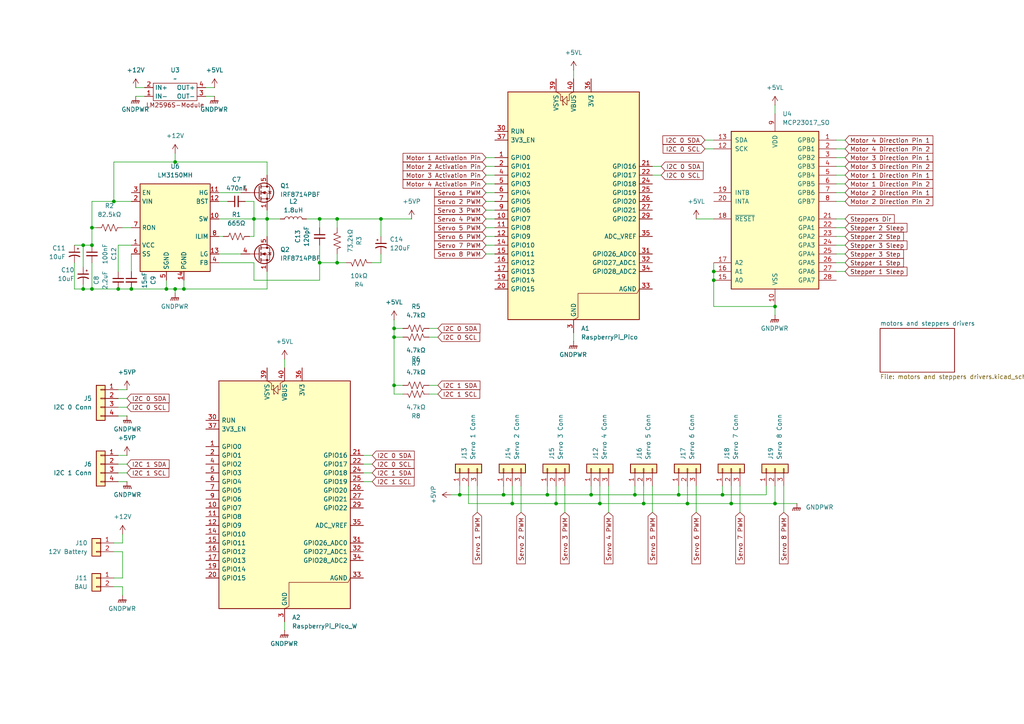
<source format=kicad_sch>
(kicad_sch (version 20250114) (generator "eeschema") (generator_version "9.0")
  (paper "A4")
  (lib_symbols
    (symbol "Connector_Generic:Conn_01x02" (pin_names (offset 1.016) (hide yes))
      (property "Reference" "J" (at 0 2.54 0))
      (property "Value" "Conn_01x02" (at 0 -5.08 0))
      (symbol "Conn_01x02_1_1"
        (pin passive line (at -5.08 0 0) (length 3.81) (name "Pin_1") (number "1"))
        (pin passive line (at -5.08 -2.54 0) (length 3.81) (name "Pin_2") (number "2"))
      )
    )
    (symbol "Connector_Generic:Conn_01x03" (pin_names (offset 1.016) (hide yes))
      (property "Reference" "J" (at 0 5.08 0))
      (property "Value" "Conn_01x03" (at 0 -5.08 0))
      (symbol "Conn_01x03_1_1"
        (pin passive line (at -5.08 2.54 0) (length 3.81) (name "Pin_1") (number "1"))
        (pin passive line (at -5.08 0 0) (length 3.81) (name "Pin_2") (number "2"))
        (pin passive line (at -5.08 -2.54 0) (length 3.81) (name "Pin_3") (number "3"))
      )
    )
    (symbol "Connector_Generic:Conn_01x04" (pin_names (offset 1.016) (hide yes))
      (property "Reference" "J" (at 0 5.08 0))
      (property "Value" "Conn_01x04" (at 0 -7.62 0))
      (symbol "Conn_01x04_1_1"
        (pin passive line (at -5.08 2.54 0) (length 3.81) (name "Pin_1") (number "1"))
        (pin passive line (at -5.08 0 0) (length 3.81) (name "Pin_2") (number "2"))
        (pin passive line (at -5.08 -2.54 0) (length 3.81) (name "Pin_3") (number "3"))
        (pin passive line (at -5.08 -5.08 0) (length 3.81) (name "Pin_4") (number "4"))
      )
    )
    (symbol "Device:C_Polarized_Small_US" (pin_numbers (hide yes)) (pin_names (offset 0.254) (hide yes))
      (property "Reference" "C" (at 0.254 1.778 0))
      (property "Value" "C_Polarized_Small_US" (at 0.254 -2.032 0))
      (symbol "C_Polarized_Small_US_1_1"
        (pin passive line (at 0 2.54 270) (length 2.032) (name "~") (number "1"))
        (pin passive line (at 0 -2.54 90) (length 2.032) (name "~") (number "2"))
      )
    )
    (symbol "Device:C_Small" (pin_numbers (hide yes)) (pin_names (offset 0.254) (hide yes))
      (property "Reference" "C" (at 0.254 1.778 0))
      (property "Value" "C_Small" (at 0.254 -2.032 0))
      (symbol "C_Small_1_1"
        (pin passive line (at 0 2.54 270) (length 2.032) (name "~") (number "1"))
        (pin passive line (at 0 -2.54 90) (length 2.032) (name "~") (number "2"))
      )
    )
    (symbol "Device:L" (pin_numbers (hide yes)) (pin_names (offset 1.016) (hide yes))
      (property "Reference" "L" (at -1.27 0 90))
      (property "Value" "L" (at 1.905 0 90))
      (symbol "L_1_1"
        (pin passive line (at 0 3.81 270) (length 1.27) (name "1") (number "1"))
        (pin passive line (at 0 -3.81 90) (length 1.27) (name "2") (number "2"))
      )
    )
    (symbol "Device:R_US" (pin_numbers (hide yes)) (pin_names (offset 0))
      (property "Reference" "R" (at 2.54 0 90))
      (property "Value" "R_US" (at -2.54 0 90))
      (symbol "R_US_1_1"
        (pin passive line (at 0 3.81 270) (length 1.27) (name "~") (number "1"))
        (pin passive line (at 0 -3.81 90) (length 1.27) (name "~") (number "2"))
      )
    )
    (symbol "Interface_Expansion:MCP23017_SO" (pin_names (offset 1.016))
      (property "Reference" "U" (at -11.43 24.13 0))
      (property "Value" "MCP23017_SO" (at 0 0 0))
      (symbol "MCP23017_SO_1_1"
        (pin bidirectional line (at -17.78 20.32 0) (length 5.08) (name "SDA") (number "13"))
        (pin input line (at -17.78 17.78 0) (length 5.08) (name "SCK") (number "12"))
        (pin tri_state line (at -17.78 5.08 0) (length 5.08) (name "INTB") (number "19"))
        (pin tri_state line (at -17.78 2.54 0) (length 5.08) (name "INTA") (number "20"))
        (pin input line (at -17.78 -2.54 0) (length 5.08) (name "~{RESET}") (number "18"))
        (pin input line (at -17.78 -15.24 0) (length 5.08) (name "A2") (number "17"))
        (pin input line (at -17.78 -17.78 0) (length 5.08) (name "A1") (number "16"))
        (pin input line (at -17.78 -20.32 0) (length 5.08) (name "A0") (number "15"))
        (pin no_connect line (at -12.7 15.24 0) (length 5.08) (hide yes) (name "NC") (number "11"))
        (pin no_connect line (at -12.7 12.7 0) (length 5.08) (hide yes) (name "NC") (number "14"))
        (pin power_in line (at 0 27.94 270) (length 5.08) (name "VDD") (number "9"))
        (pin power_in line (at 0 -27.94 90) (length 5.08) (name "VSS") (number "10"))
        (pin bidirectional line (at 17.78 20.32 180) (length 5.08) (name "GPB0") (number "1"))
        (pin bidirectional line (at 17.78 17.78 180) (length 5.08) (name "GPB1") (number "2"))
        (pin bidirectional line (at 17.78 15.24 180) (length 5.08) (name "GPB2") (number "3"))
        (pin bidirectional line (at 17.78 12.7 180) (length 5.08) (name "GPB3") (number "4"))
        (pin bidirectional line (at 17.78 10.16 180) (length 5.08) (name "GPB4") (number "5"))
        (pin bidirectional line (at 17.78 7.62 180) (length 5.08) (name "GPB5") (number "6"))
        (pin bidirectional line (at 17.78 5.08 180) (length 5.08) (name "GPB6") (number "7"))
        (pin output line (at 17.78 2.54 180) (length 5.08) (name "GPB7") (number "8"))
        (pin bidirectional line (at 17.78 -2.54 180) (length 5.08) (name "GPA0") (number "21"))
        (pin bidirectional line (at 17.78 -5.08 180) (length 5.08) (name "GPA1") (number "22"))
        (pin bidirectional line (at 17.78 -7.62 180) (length 5.08) (name "GPA2") (number "23"))
        (pin bidirectional line (at 17.78 -10.16 180) (length 5.08) (name "GPA3") (number "24"))
        (pin bidirectional line (at 17.78 -12.7 180) (length 5.08) (name "GPA4") (number "25"))
        (pin bidirectional line (at 17.78 -15.24 180) (length 5.08) (name "GPA5") (number "26"))
        (pin bidirectional line (at 17.78 -17.78 180) (length 5.08) (name "GPA6") (number "27"))
        (pin output line (at 17.78 -20.32 180) (length 5.08) (name "GPA7") (number "28"))
      )
    )
    (symbol "LM2596S-Module:LM2596S-Module"
      (property "Reference" "U" (at 0 3.556 0))
      (symbol "LM2596S-Module_1_1"
        (text "LM2596S-Module" (at 0 -3.81 0) (effects (font (size 1.27 1.27))))
        (pin input line (at -8.89 1.27 0) (length 2.54) (name "IN+") (number "2"))
        (pin input line (at -8.89 -1.27 0) (length 2.54) (name "IN-") (number "1"))
        (pin input line (at 8.89 1.27 180) (length 2.54) (name "OUT+") (number "4"))
        (pin input line (at 8.89 -1.27 180) (length 2.54) (name "OUT-") (number "3"))
      )
    )
    (symbol "MCU_Module:RaspberryPi_Pico" (pin_names (offset 0.762))
      (property "Reference" "A" (at -19.05 35.56 0))
      (property "Value" "RaspberryPi_Pico" (at 7.62 35.56 0))
      (symbol "RaspberryPi_Pico_1_1"
        (pin passive line (at -22.86 22.86 0) (length 3.81) (name "RUN") (number "30"))
        (pin passive line (at -22.86 20.32 0) (length 3.81) (name "3V3_EN") (number "37"))
        (pin bidirectional line (at -22.86 15.24 0) (length 3.81) (name "GPIO0") (number "1"))
        (pin bidirectional line (at -22.86 12.7 0) (length 3.81) (name "GPIO1") (number "2"))
        (pin bidirectional line (at -22.86 10.16 0) (length 3.81) (name "GPIO2") (number "4"))
        (pin bidirectional line (at -22.86 7.62 0) (length 3.81) (name "GPIO3") (number "5"))
        (pin bidirectional line (at -22.86 5.08 0) (length 3.81) (name "GPIO4") (number "6"))
        (pin bidirectional line (at -22.86 2.54 0) (length 3.81) (name "GPIO5") (number "7"))
        (pin bidirectional line (at -22.86 0 0) (length 3.81) (name "GPIO6") (number "9"))
        (pin bidirectional line (at -22.86 -2.54 0) (length 3.81) (name "GPIO7") (number "10"))
        (pin bidirectional line (at -22.86 -5.08 0) (length 3.81) (name "GPIO8") (number "11"))
        (pin bidirectional line (at -22.86 -7.62 0) (length 3.81) (name "GPIO9") (number "12"))
        (pin bidirectional line (at -22.86 -10.16 0) (length 3.81) (name "GPIO10") (number "14"))
        (pin bidirectional line (at -22.86 -12.7 0) (length 3.81) (name "GPIO11") (number "15"))
        (pin bidirectional line (at -22.86 -15.24 0) (length 3.81) (name "GPIO12") (number "16"))
        (pin bidirectional line (at -22.86 -17.78 0) (length 3.81) (name "GPIO13") (number "17"))
        (pin bidirectional line (at -22.86 -20.32 0) (length 3.81) (name "GPIO14") (number "19"))
        (pin bidirectional line (at -22.86 -22.86 0) (length 3.81) (name "GPIO15") (number "20"))
        (pin power_in line (at -5.08 38.1 270) (length 3.81) (name "VSYS") (number "39"))
        (pin power_out line (at 0 38.1 270) (length 3.81) (name "VBUS") (number "40"))
        (pin passive line (at 0 -35.56 90) (length 3.81) (hide yes) (name "GND") (number "13"))
        (pin passive line (at 0 -35.56 90) (length 3.81) (hide yes) (name "GND") (number "18"))
        (pin passive line (at 0 -35.56 90) (length 3.81) (hide yes) (name "GND") (number "23"))
        (pin passive line (at 0 -35.56 90) (length 3.81) (hide yes) (name "GND") (number "28"))
        (pin power_out line (at 0 -35.56 90) (length 3.81) (name "GND") (number "3"))
        (pin passive line (at 0 -35.56 90) (length 3.81) (hide yes) (name "GND") (number "38"))
        (pin passive line (at 0 -35.56 90) (length 3.81) (hide yes) (name "GND") (number "8"))
        (pin power_out line (at 5.08 38.1 270) (length 3.81) (name "3V3") (number "36"))
        (pin bidirectional line (at 22.86 12.7 180) (length 3.81) (name "GPIO16") (number "21"))
        (pin bidirectional line (at 22.86 10.16 180) (length 3.81) (name "GPIO17") (number "22"))
        (pin bidirectional line (at 22.86 7.62 180) (length 3.81) (name "GPIO18") (number "24"))
        (pin bidirectional line (at 22.86 5.08 180) (length 3.81) (name "GPIO19") (number "25"))
        (pin bidirectional line (at 22.86 2.54 180) (length 3.81) (name "GPIO20") (number "26"))
        (pin bidirectional line (at 22.86 0 180) (length 3.81) (name "GPIO21") (number "27"))
        (pin bidirectional line (at 22.86 -2.54 180) (length 3.81) (name "GPIO22") (number "29"))
        (pin power_in line (at 22.86 -7.62 180) (length 3.81) (name "ADC_VREF") (number "35"))
        (pin bidirectional line (at 22.86 -12.7 180) (length 3.81) (name "GPIO26_ADC0") (number "31"))
        (pin bidirectional line (at 22.86 -15.24 180) (length 3.81) (name "GPIO27_ADC1") (number "32"))
        (pin bidirectional line (at 22.86 -17.78 180) (length 3.81) (name "GPIO28_ADC2") (number "34"))
        (pin power_out line (at 22.86 -22.86 180) (length 3.81) (name "AGND") (number "33"))
      )
    )
    (symbol "MCU_Module:RaspberryPi_Pico_W" (pin_names (offset 0.762))
      (property "Reference" "A" (at -19.05 35.56 0))
      (property "Value" "RaspberryPi_Pico_W" (at 7.62 35.56 0))
      (symbol "RaspberryPi_Pico_W_1_1"
        (pin passive line (at -22.86 22.86 0) (length 3.81) (name "RUN") (number "30"))
        (pin passive line (at -22.86 20.32 0) (length 3.81) (name "3V3_EN") (number "37"))
        (pin bidirectional line (at -22.86 15.24 0) (length 3.81) (name "GPIO0") (number "1"))
        (pin bidirectional line (at -22.86 12.7 0) (length 3.81) (name "GPIO1") (number "2"))
        (pin bidirectional line (at -22.86 10.16 0) (length 3.81) (name "GPIO2") (number "4"))
        (pin bidirectional line (at -22.86 7.62 0) (length 3.81) (name "GPIO3") (number "5"))
        (pin bidirectional line (at -22.86 5.08 0) (length 3.81) (name "GPIO4") (number "6"))
        (pin bidirectional line (at -22.86 2.54 0) (length 3.81) (name "GPIO5") (number "7"))
        (pin bidirectional line (at -22.86 0 0) (length 3.81) (name "GPIO6") (number "9"))
        (pin bidirectional line (at -22.86 -2.54 0) (length 3.81) (name "GPIO7") (number "10"))
        (pin bidirectional line (at -22.86 -5.08 0) (length 3.81) (name "GPIO8") (number "11"))
        (pin bidirectional line (at -22.86 -7.62 0) (length 3.81) (name "GPIO9") (number "12"))
        (pin bidirectional line (at -22.86 -10.16 0) (length 3.81) (name "GPIO10") (number "14"))
        (pin bidirectional line (at -22.86 -12.7 0) (length 3.81) (name "GPIO11") (number "15"))
        (pin bidirectional line (at -22.86 -15.24 0) (length 3.81) (name "GPIO12") (number "16"))
        (pin bidirectional line (at -22.86 -17.78 0) (length 3.81) (name "GPIO13") (number "17"))
        (pin bidirectional line (at -22.86 -20.32 0) (length 3.81) (name "GPIO14") (number "19"))
        (pin bidirectional line (at -22.86 -22.86 0) (length 3.81) (name "GPIO15") (number "20"))
        (pin power_in line (at -5.08 38.1 270) (length 3.81) (name "VSYS") (number "39"))
        (pin power_out line (at 0 38.1 270) (length 3.81) (name "VBUS") (number "40"))
        (pin passive line (at 0 -35.56 90) (length 3.81) (hide yes) (name "GND") (number "13"))
        (pin passive line (at 0 -35.56 90) (length 3.81) (hide yes) (name "GND") (number "18"))
        (pin passive line (at 0 -35.56 90) (length 3.81) (hide yes) (name "GND") (number "23"))
        (pin passive line (at 0 -35.56 90) (length 3.81) (hide yes) (name "GND") (number "28"))
        (pin power_out line (at 0 -35.56 90) (length 3.81) (name "GND") (number "3"))
        (pin passive line (at 0 -35.56 90) (length 3.81) (hide yes) (name "GND") (number "38"))
        (pin passive line (at 0 -35.56 90) (length 3.81) (hide yes) (name "GND") (number "8"))
        (pin power_out line (at 5.08 38.1 270) (length 3.81) (name "3V3") (number "36"))
        (pin bidirectional line (at 22.86 12.7 180) (length 3.81) (name "GPIO16") (number "21"))
        (pin bidirectional line (at 22.86 10.16 180) (length 3.81) (name "GPIO17") (number "22"))
        (pin bidirectional line (at 22.86 7.62 180) (length 3.81) (name "GPIO18") (number "24"))
        (pin bidirectional line (at 22.86 5.08 180) (length 3.81) (name "GPIO19") (number "25"))
        (pin bidirectional line (at 22.86 2.54 180) (length 3.81) (name "GPIO20") (number "26"))
        (pin bidirectional line (at 22.86 0 180) (length 3.81) (name "GPIO21") (number "27"))
        (pin bidirectional line (at 22.86 -2.54 180) (length 3.81) (name "GPIO22") (number "29"))
        (pin power_in line (at 22.86 -7.62 180) (length 3.81) (name "ADC_VREF") (number "35"))
        (pin bidirectional line (at 22.86 -12.7 180) (length 3.81) (name "GPIO26_ADC0") (number "31"))
        (pin bidirectional line (at 22.86 -15.24 180) (length 3.81) (name "GPIO27_ADC1") (number "32"))
        (pin bidirectional line (at 22.86 -17.78 180) (length 3.81) (name "GPIO28_ADC2") (number "34"))
        (pin power_out line (at 22.86 -22.86 180) (length 3.81) (name "AGND") (number "33"))
      )
    )
    (symbol "Regulator_Switching:LM3150MH"
      (property "Reference" "U" (at -10.16 13.97 0))
      (property "Value" "LM3150MH" (at 2.54 13.97 0))
      (symbol "LM3150MH_1_1"
        (pin input line (at -12.7 10.16 0) (length 2.54) (name "EN") (number "3"))
        (pin power_in line (at -12.7 7.62 0) (length 2.54) (name "VIN") (number "2"))
        (pin input line (at -12.7 0 0) (length 2.54) (name "RON") (number "7"))
        (pin power_out line (at -12.7 -5.08 0) (length 2.54) (name "VCC") (number "1"))
        (pin passive line (at -12.7 -7.62 0) (length 2.54) (name "SS") (number "6"))
        (pin passive line (at -2.54 -15.24 90) (length 2.54) (hide yes) (name "SGND") (number "15"))
        (pin power_in line (at -2.54 -15.24 90) (length 2.54) (name "SGND") (number "5"))
        (pin passive line (at -2.54 -15.24 90) (length 2.54) (hide yes) (name "SGND") (number "9"))
        (pin power_in line (at 2.54 -15.24 90) (length 2.54) (name "PGND") (number "14"))
        (pin output line (at 12.7 10.16 180) (length 2.54) (name "HG") (number "11"))
        (pin passive line (at 12.7 7.62 180) (length 2.54) (name "BST") (number "12"))
        (pin output line (at 12.7 2.54 180) (length 2.54) (name "SW") (number "10"))
        (pin input line (at 12.7 -2.54 180) (length 2.54) (name "ILIM") (number "8"))
        (pin output line (at 12.7 -7.62 180) (length 2.54) (name "LG") (number "13"))
        (pin input line (at 12.7 -10.16 180) (length 2.54) (name "FB") (number "4"))
      )
    )
    (symbol "Transistor_FET:IRF8721PBF-1" (pin_names (hide yes))
      (property "Reference" "Q" (at 5.08 2.54 0))
      (property "Value" "IRF8721PBF-1" (at 5.08 0 0))
      (symbol "IRF8721PBF-1_1_1"
        (pin input line (at -5.08 0 0) (length 2.54) (name "G") (number "4"))
        (pin passive line (at 2.54 5.08 270) (length 2.54) (name "D") (number "5"))
        (pin passive line (at 2.54 5.08 270) (length 2.54) (hide yes) (name "D") (number "6"))
        (pin passive line (at 2.54 5.08 270) (length 2.54) (hide yes) (name "D") (number "7"))
        (pin passive line (at 2.54 5.08 270) (length 2.54) (hide yes) (name "D") (number "8"))
        (pin passive line (at 2.54 -5.08 90) (length 2.54) (name "S") (number "1"))
        (pin passive line (at 2.54 -5.08 90) (length 2.54) (hide yes) (name "S") (number "2"))
        (pin passive line (at 2.54 -5.08 90) (length 2.54) (hide yes) (name "S") (number "3"))
      )
    )
    (symbol "power:+12V" (power) (pin_numbers (hide yes)) (pin_names (offset 0) (hide yes))
      (property "Value" "+12V" (at 0 3.556 0))
      (symbol "+12V_1_1"
        (pin power_in line (at 0 0 90) (length 0) (name "~") (number "1"))
      )
    )
    (symbol "power:+5VL" (power) (pin_numbers (hide yes)) (pin_names (offset 0) (hide yes))
      (property "Value" "+5VL" (at 0 3.556 0))
      (symbol "+5VL_1_1"
        (pin power_in line (at 0 0 90) (length 0) (name "~") (number "1"))
      )
    )
    (symbol "power:+5VP" (power) (pin_numbers (hide yes)) (pin_names (offset 0) (hide yes))
      (property "Value" "+5VP" (at 0 3.556 0))
      (symbol "+5VP_1_1"
        (pin power_in line (at 0 0 90) (length 0) (name "~") (number "1"))
      )
    )
    (symbol "power:GNDPWR" (power) (pin_numbers (hide yes)) (pin_names (offset 0) (hide yes))
      (property "Value" "GNDPWR" (at 0 -3.302 0))
      (symbol "GNDPWR_1_1"
        (pin power_in line (at 0 0 270) (length 0) (name "~") (number "1"))
      )
    )
  )
  (junction (at 26.67 66.04))
  (junction (at 224.79 88.9))
  (junction (at 50.8 83.82))
  (junction (at 38.1 83.82))
  (junction (at 48.26 83.82))
  (junction (at 207.01 81.28))
  (junction (at 34.29 83.82))
  (junction (at 133.35 143.51))
  (junction (at 184.15 143.51))
  (junction (at 209.55 143.51))
  (junction (at 110.49 63.5))
  (junction (at 53.34 83.82))
  (junction (at 73.66 63.5))
  (junction (at 114.3 97.79))
  (junction (at 196.85 143.51))
  (junction (at 207.01 78.74))
  (junction (at 77.47 63.5))
  (junction (at 33.02 58.42))
  (junction (at 26.67 71.12))
  (junction (at 148.59 146.05))
  (junction (at 97.79 76.2))
  (junction (at 24.13 71.12))
  (junction (at 50.8 46.99))
  (junction (at 171.45 143.51))
  (junction (at 92.71 63.5))
  (junction (at 158.75 143.51))
  (junction (at 173.99 146.05))
  (junction (at 186.69 146.05))
  (junction (at 212.09 146.05))
  (junction (at 114.3 95.25))
  (junction (at 224.79 146.05))
  (junction (at 26.67 83.82))
  (junction (at 24.13 83.82))
  (junction (at 146.05 143.51))
  (junction (at 114.3 111.76))
  (junction (at 97.79 63.5))
  (junction (at 92.71 76.2))
  (junction (at 161.29 146.05))
  (junction (at 199.39 146.05))
  (wire (pts (xy 207.01 76.2) (xy 207.01 78.74)))
  (wire (pts (xy 148.59 146.05) (xy 161.29 146.05)))
  (wire (pts (xy 77.47 60.96) (xy 77.47 63.5)))
  (wire (pts (xy 204.47 40.64) (xy 207.01 40.64)))
  (wire (pts (xy 146.05 143.51) (xy 146.05 140.97)))
  (wire (pts (xy 140.97 73.66) (xy 143.51 73.66)))
  (wire (pts (xy 26.67 66.04) (xy 27.94 66.04)))
  (wire (pts (xy 196.85 143.51) (xy 196.85 140.97)))
  (wire (pts (xy 72.39 68.58) (xy 73.66 68.58)))
  (wire (pts (xy 127 95.25) (xy 124.46 95.25)))
  (wire (pts (xy 34.29 118.11) (xy 36.83 118.11)))
  (wire (pts (xy 245.11 43.18) (xy 242.57 43.18)))
  (wire (pts (xy 245.11 50.8) (xy 242.57 50.8)))
  (wire (pts (xy 34.29 115.57) (xy 36.83 115.57)))
  (wire (pts (xy 63.5 58.42) (xy 66.04 58.42)))
  (wire (pts (xy 209.55 143.51) (xy 209.55 140.97)))
  (wire (pts (xy 33.02 170.18) (xy 35.56 170.18)))
  (wire (pts (xy 24.13 82.55) (xy 24.13 83.82)))
  (wire (pts (xy 26.67 58.42) (xy 26.67 66.04)))
  (wire (pts (xy 148.59 146.05) (xy 148.59 140.97)))
  (wire (pts (xy 166.37 96.52) (xy 166.37 99.06)))
  (wire (pts (xy 35.56 154.94) (xy 35.56 157.48)))
  (wire (pts (xy 245.11 68.58) (xy 242.57 68.58)))
  (wire (pts (xy 140.97 48.26) (xy 143.51 48.26)))
  (wire (pts (xy 201.93 148.59) (xy 201.93 140.97)))
  (wire (pts (xy 245.11 66.04) (xy 242.57 66.04)))
  (wire (pts (xy 21.59 83.82) (xy 24.13 83.82)))
  (wire (pts (xy 186.69 146.05) (xy 199.39 146.05)))
  (wire (pts (xy 135.89 146.05) (xy 148.59 146.05)))
  (wire (pts (xy 140.97 58.42) (xy 143.51 58.42)))
  (wire (pts (xy 176.53 148.59) (xy 176.53 140.97)))
  (wire (pts (xy 158.75 143.51) (xy 171.45 143.51)))
  (wire (pts (xy 201.93 63.5) (xy 207.01 63.5)))
  (wire (pts (xy 186.69 146.05) (xy 186.69 140.97)))
  (wire (pts (xy 110.49 68.58) (xy 110.49 63.5)))
  (wire (pts (xy 33.02 157.48) (xy 35.56 157.48)))
  (wire (pts (xy 212.09 146.05) (xy 212.09 140.97)))
  (wire (pts (xy 110.49 76.2) (xy 107.95 76.2)))
  (wire (pts (xy 73.66 63.5) (xy 73.66 68.58)))
  (wire (pts (xy 77.47 63.5) (xy 81.28 63.5)))
  (wire (pts (xy 166.37 20.32) (xy 166.37 22.86)))
  (wire (pts (xy 24.13 71.12) (xy 26.67 71.12)))
  (wire (pts (xy 50.8 46.99) (xy 33.02 46.99)))
  (wire (pts (xy 38.1 83.82) (xy 48.26 83.82)))
  (wire (pts (xy 82.55 180.34) (xy 82.55 182.88)))
  (wire (pts (xy 88.9 63.5) (xy 92.71 63.5)))
  (wire (pts (xy 163.83 148.59) (xy 163.83 140.97)))
  (wire (pts (xy 24.13 77.47) (xy 24.13 71.12)))
  (wire (pts (xy 224.79 30.48) (xy 224.79 33.02)))
  (wire (pts (xy 73.66 63.5) (xy 77.47 63.5)))
  (wire (pts (xy 59.69 27.94) (xy 62.23 27.94)))
  (wire (pts (xy 77.47 63.5) (xy 77.47 68.58)))
  (wire (pts (xy 110.49 73.66) (xy 110.49 76.2)))
  (wire (pts (xy 73.66 76.2) (xy 63.5 76.2)))
  (wire (pts (xy 245.11 76.2) (xy 242.57 76.2)))
  (wire (pts (xy 138.43 148.59) (xy 138.43 140.97)))
  (wire (pts (xy 151.13 148.59) (xy 151.13 140.97)))
  (wire (pts (xy 35.56 160.02) (xy 35.56 167.64)))
  (wire (pts (xy 33.02 46.99) (xy 33.02 58.42)))
  (wire (pts (xy 77.47 83.82) (xy 53.34 83.82)))
  (wire (pts (xy 171.45 143.51) (xy 171.45 140.97)))
  (wire (pts (xy 97.79 76.2) (xy 100.33 76.2)))
  (wire (pts (xy 173.99 146.05) (xy 186.69 146.05)))
  (wire (pts (xy 222.25 143.51) (xy 222.25 140.97)))
  (wire (pts (xy 133.35 143.51) (xy 146.05 143.51)))
  (wire (pts (xy 114.3 92.71) (xy 114.3 95.25)))
  (wire (pts (xy 105.41 137.16) (xy 107.95 137.16)))
  (wire (pts (xy 38.1 73.66) (xy 38.1 78.74)))
  (wire (pts (xy 114.3 114.3) (xy 116.84 114.3)))
  (wire (pts (xy 77.47 78.74) (xy 77.47 83.82)))
  (wire (pts (xy 36.83 139.7) (xy 34.29 139.7)))
  (wire (pts (xy 77.47 50.8) (xy 77.47 46.99)))
  (wire (pts (xy 224.79 88.9) (xy 224.79 91.44)))
  (wire (pts (xy 184.15 143.51) (xy 184.15 140.97)))
  (wire (pts (xy 224.79 146.05) (xy 224.79 140.97)))
  (wire (pts (xy 26.67 66.04) (xy 26.67 71.12)))
  (wire (pts (xy 146.05 143.51) (xy 158.75 143.51)))
  (wire (pts (xy 82.55 104.14) (xy 82.55 106.68)))
  (wire (pts (xy 34.29 137.16) (xy 36.83 137.16)))
  (wire (pts (xy 199.39 146.05) (xy 199.39 140.97)))
  (wire (pts (xy 207.01 81.28) (xy 207.01 88.9)))
  (wire (pts (xy 92.71 63.5) (xy 92.71 66.04)))
  (wire (pts (xy 110.49 63.5) (xy 119.38 63.5)))
  (wire (pts (xy 33.02 58.42) (xy 38.1 58.42)))
  (wire (pts (xy 161.29 146.05) (xy 173.99 146.05)))
  (wire (pts (xy 77.47 46.99) (xy 50.8 46.99)))
  (wire (pts (xy 140.97 63.5) (xy 143.51 63.5)))
  (wire (pts (xy 140.97 50.8) (xy 143.51 50.8)))
  (wire (pts (xy 207.01 78.74) (xy 207.01 81.28)))
  (wire (pts (xy 135.89 146.05) (xy 135.89 140.97)))
  (wire (pts (xy 35.56 160.02) (xy 33.02 160.02)))
  (wire (pts (xy 173.99 146.05) (xy 173.99 140.97)))
  (wire (pts (xy 140.97 68.58) (xy 143.51 68.58)))
  (wire (pts (xy 107.95 132.08) (xy 105.41 132.08)))
  (wire (pts (xy 92.71 63.5) (xy 97.79 63.5)))
  (wire (pts (xy 133.35 143.51) (xy 133.35 140.97)))
  (wire (pts (xy 92.71 81.28) (xy 92.71 76.2)))
  (wire (pts (xy 73.66 76.2) (xy 73.66 81.28)))
  (wire (pts (xy 34.29 71.12) (xy 38.1 71.12)))
  (wire (pts (xy 199.39 146.05) (xy 212.09 146.05)))
  (wire (pts (xy 114.3 95.25) (xy 114.3 97.79)))
  (wire (pts (xy 114.3 97.79) (xy 114.3 111.76)))
  (wire (pts (xy 35.56 66.04) (xy 38.1 66.04)))
  (wire (pts (xy 227.33 148.59) (xy 227.33 140.97)))
  (wire (pts (xy 245.11 58.42) (xy 242.57 58.42)))
  (wire (pts (xy 26.67 83.82) (xy 34.29 83.82)))
  (wire (pts (xy 245.11 48.26) (xy 242.57 48.26)))
  (wire (pts (xy 92.71 76.2) (xy 97.79 76.2)))
  (wire (pts (xy 48.26 81.28) (xy 48.26 83.82)))
  (wire (pts (xy 36.83 113.03) (xy 34.29 113.03)))
  (wire (pts (xy 214.63 148.59) (xy 214.63 140.97)))
  (wire (pts (xy 50.8 83.82) (xy 53.34 83.82)))
  (wire (pts (xy 245.11 53.34) (xy 242.57 53.34)))
  (wire (pts (xy 184.15 143.51) (xy 196.85 143.51)))
  (wire (pts (xy 207.01 88.9) (xy 224.79 88.9)))
  (wire (pts (xy 196.85 143.51) (xy 209.55 143.51)))
  (wire (pts (xy 245.11 55.88) (xy 242.57 55.88)))
  (wire (pts (xy 35.56 167.64) (xy 33.02 167.64)))
  (wire (pts (xy 204.47 43.18) (xy 207.01 43.18)))
  (wire (pts (xy 107.95 134.62) (xy 105.41 134.62)))
  (wire (pts (xy 21.59 71.12) (xy 24.13 71.12)))
  (wire (pts (xy 34.29 78.74) (xy 34.29 71.12)))
  (wire (pts (xy 116.84 95.25) (xy 114.3 95.25)))
  (wire (pts (xy 130.81 143.51) (xy 133.35 143.51)))
  (wire (pts (xy 140.97 55.88) (xy 143.51 55.88)))
  (wire (pts (xy 36.83 132.08) (xy 34.29 132.08)))
  (wire (pts (xy 59.69 25.4) (xy 62.23 25.4)))
  (wire (pts (xy 114.3 97.79) (xy 116.84 97.79)))
  (wire (pts (xy 97.79 76.2) (xy 97.79 73.66)))
  (wire (pts (xy 92.71 71.12) (xy 92.71 76.2)))
  (wire (pts (xy 127 111.76) (xy 124.46 111.76)))
  (wire (pts (xy 245.11 71.12) (xy 242.57 71.12)))
  (wire (pts (xy 171.45 143.51) (xy 184.15 143.51)))
  (wire (pts (xy 189.23 48.26) (xy 191.77 48.26)))
  (wire (pts (xy 34.29 134.62) (xy 36.83 134.62)))
  (wire (pts (xy 209.55 143.51) (xy 222.25 143.51)))
  (wire (pts (xy 73.66 58.42) (xy 73.66 63.5)))
  (wire (pts (xy 245.11 73.66) (xy 242.57 73.66)))
  (wire (pts (xy 21.59 76.2) (xy 21.59 83.82)))
  (wire (pts (xy 189.23 50.8) (xy 191.77 50.8)))
  (wire (pts (xy 127 114.3) (xy 124.46 114.3)))
  (wire (pts (xy 158.75 143.51) (xy 158.75 140.97)))
  (wire (pts (xy 212.09 146.05) (xy 224.79 146.05)))
  (wire (pts (xy 140.97 53.34) (xy 143.51 53.34)))
  (wire (pts (xy 224.79 146.05) (xy 231.14 146.05)))
  (wire (pts (xy 24.13 83.82) (xy 26.67 83.82)))
  (wire (pts (xy 26.67 58.42) (xy 33.02 58.42)))
  (wire (pts (xy 39.37 27.94) (xy 41.91 27.94)))
  (wire (pts (xy 50.8 44.45) (xy 50.8 46.99)))
  (wire (pts (xy 140.97 45.72) (xy 143.51 45.72)))
  (wire (pts (xy 50.8 83.82) (xy 50.8 85.09)))
  (wire (pts (xy 140.97 71.12) (xy 143.51 71.12)))
  (wire (pts (xy 35.56 170.18) (xy 35.56 172.72)))
  (wire (pts (xy 63.5 63.5) (xy 73.66 63.5)))
  (wire (pts (xy 48.26 83.82) (xy 50.8 83.82)))
  (wire (pts (xy 36.83 120.65) (xy 34.29 120.65)))
  (wire (pts (xy 189.23 148.59) (xy 189.23 140.97)))
  (wire (pts (xy 245.11 40.64) (xy 242.57 40.64)))
  (wire (pts (xy 53.34 81.28) (xy 53.34 83.82)))
  (wire (pts (xy 71.12 58.42) (xy 73.66 58.42)))
  (wire (pts (xy 39.37 25.4) (xy 41.91 25.4)))
  (wire (pts (xy 140.97 60.96) (xy 143.51 60.96)))
  (wire (pts (xy 114.3 111.76) (xy 114.3 114.3)))
  (wire (pts (xy 73.66 81.28) (xy 92.71 81.28)))
  (wire (pts (xy 127 97.79) (xy 124.46 97.79)))
  (wire (pts (xy 63.5 68.58) (xy 64.77 68.58)))
  (wire (pts (xy 161.29 146.05) (xy 161.29 140.97)))
  (wire (pts (xy 34.29 83.82) (xy 38.1 83.82)))
  (wire (pts (xy 245.11 45.72) (xy 242.57 45.72)))
  (wire (pts (xy 97.79 66.04) (xy 97.79 63.5)))
  (wire (pts (xy 63.5 55.88) (xy 69.85 55.88)))
  (wire (pts (xy 245.11 78.74) (xy 242.57 78.74)))
  (wire (pts (xy 245.11 63.5) (xy 242.57 63.5)))
  (wire (pts (xy 26.67 76.2) (xy 26.67 83.82)))
  (wire (pts (xy 116.84 111.76) (xy 114.3 111.76)))
  (wire (pts (xy 63.5 73.66) (xy 69.85 73.66)))
  (wire (pts (xy 140.97 66.04) (xy 143.51 66.04)))
  (wire (pts (xy 105.41 139.7) (xy 107.95 139.7)))
  (wire (pts (xy 97.79 63.5) (xy 110.49 63.5)))
  (global_label "Motor 2 Direction Pin 2" (shape input) (at 245.11 58.42 0) (property "Intersheetrefs" "${INTERSHEET_REFS}" (effects (hide yes))))
  (global_label "Stepper 1 Step" (shape input) (at 245.11 76.2 0) (property "Intersheetrefs" "${INTERSHEET_REFS}" (effects (hide yes))))
  (global_label "Motor 4 Activation Pin" (shape input) (at 140.97 53.34 180) (property "Intersheetrefs" "${INTERSHEET_REFS}" (effects (hide yes))))
  (global_label "Motor 3 Activation Pin" (shape input) (at 140.97 50.8 180) (property "Intersheetrefs" "${INTERSHEET_REFS}" (effects (hide yes))))
  (global_label "I2C 0 SDA" (shape input) (at 204.47 40.64 180) (property "Intersheetrefs" "${INTERSHEET_REFS}" (effects (hide yes))))
  (global_label "Servo 2 PWM" (shape input) (at 151.13 148.59 270) (property "Intersheetrefs" "${INTERSHEET_REFS}" (effects (hide yes))))
  (global_label "Servo 7 PWM" (shape input) (at 140.97 71.12 180) (property "Intersheetrefs" "${INTERSHEET_REFS}" (effects (hide yes))))
  (global_label "I2C 1 SCL" (shape input) (at 36.83 137.16 0) (property "Intersheetrefs" "${INTERSHEET_REFS}" (effects (hide yes))))
  (global_label "Servo 6 PWM" (shape input) (at 140.97 68.58 180) (property "Intersheetrefs" "${INTERSHEET_REFS}" (effects (hide yes))))
  (global_label "I2C 0 SDA" (shape input) (at 127 95.25 0) (property "Intersheetrefs" "${INTERSHEET_REFS}" (effects (hide yes))))
  (global_label "I2C 1 SDA" (shape input) (at 127 111.76 0) (property "Intersheetrefs" "${INTERSHEET_REFS}" (effects (hide yes))))
  (global_label "Servo 3 PWM" (shape input) (at 163.83 148.59 270) (property "Intersheetrefs" "${INTERSHEET_REFS}" (effects (hide yes))))
  (global_label "I2C 0 SDA" (shape input) (at 107.95 132.08 0) (property "Intersheetrefs" "${INTERSHEET_REFS}" (effects (hide yes))))
  (global_label "Servo 5 PWM" (shape input) (at 189.23 148.59 270) (property "Intersheetrefs" "${INTERSHEET_REFS}" (effects (hide yes))))
  (global_label "Stepper 2 Sleep" (shape input) (at 245.11 66.04 0) (property "Intersheetrefs" "${INTERSHEET_REFS}" (effects (hide yes))))
  (global_label "Stepper 1 Sleep" (shape input) (at 245.11 78.74 0) (property "Intersheetrefs" "${INTERSHEET_REFS}" (effects (hide yes))))
  (global_label "Servo 4 PWM" (shape input) (at 176.53 148.59 270) (property "Intersheetrefs" "${INTERSHEET_REFS}" (effects (hide yes))))
  (global_label "Servo 8 PWM" (shape input) (at 227.33 148.59 270) (property "Intersheetrefs" "${INTERSHEET_REFS}" (effects (hide yes))))
  (global_label "I2C 0 SCL" (shape input) (at 191.77 50.8 0) (property "Intersheetrefs" "${INTERSHEET_REFS}" (effects (hide yes))))
  (global_label "I2C 1 SDA" (shape input) (at 36.83 134.62 0) (property "Intersheetrefs" "${INTERSHEET_REFS}" (effects (hide yes))))
  (global_label "Motor 1 Activation Pin" (shape input) (at 140.97 45.72 180) (property "Intersheetrefs" "${INTERSHEET_REFS}" (effects (hide yes))))
  (global_label "Servo 6 PWM" (shape input) (at 201.93 148.59 270) (property "Intersheetrefs" "${INTERSHEET_REFS}" (effects (hide yes))))
  (global_label "I2C 0 SCL" (shape input) (at 36.83 118.11 0) (property "Intersheetrefs" "${INTERSHEET_REFS}" (effects (hide yes))))
  (global_label "Servo 7 PWM" (shape input) (at 214.63 148.59 270) (property "Intersheetrefs" "${INTERSHEET_REFS}" (effects (hide yes))))
  (global_label "I2C 1 SDA" (shape input) (at 107.95 137.16 0) (property "Intersheetrefs" "${INTERSHEET_REFS}" (effects (hide yes))))
  (global_label "Stepper 2 Step" (shape input) (at 245.11 68.58 0) (property "Intersheetrefs" "${INTERSHEET_REFS}" (effects (hide yes))))
  (global_label "Servo 4 PWM" (shape input) (at 140.97 63.5 180) (property "Intersheetrefs" "${INTERSHEET_REFS}" (effects (hide yes))))
  (global_label "I2C 0 SCL" (shape input) (at 204.47 43.18 180) (property "Intersheetrefs" "${INTERSHEET_REFS}" (effects (hide yes))))
  (global_label "I2C 0 SDA" (shape input) (at 191.77 48.26 0) (property "Intersheetrefs" "${INTERSHEET_REFS}" (effects (hide yes))))
  (global_label "I2C 1 SCL" (shape input) (at 107.95 139.7 0) (property "Intersheetrefs" "${INTERSHEET_REFS}" (effects (hide yes))))
  (global_label "Motor 4 Direction Pin 1" (shape input) (at 245.11 40.64 0) (property "Intersheetrefs" "${INTERSHEET_REFS}" (effects (hide yes))))
  (global_label "Servo 1 PWM" (shape input) (at 140.97 55.88 180) (property "Intersheetrefs" "${INTERSHEET_REFS}" (effects (hide yes))))
  (global_label "Servo 8 PWM" (shape input) (at 140.97 73.66 180) (property "Intersheetrefs" "${INTERSHEET_REFS}" (effects (hide yes))))
  (global_label "Servo 5 PWM" (shape input) (at 140.97 66.04 180) (property "Intersheetrefs" "${INTERSHEET_REFS}" (effects (hide yes))))
  (global_label "Motor 2 Activation Pin" (shape input) (at 140.97 48.26 180) (property "Intersheetrefs" "${INTERSHEET_REFS}" (effects (hide yes))))
  (global_label "I2C 1 SCL" (shape input) (at 127 114.3 0) (property "Intersheetrefs" "${INTERSHEET_REFS}" (effects (hide yes))))
  (global_label "I2C 0 SDA" (shape input) (at 36.83 115.57 0) (property "Intersheetrefs" "${INTERSHEET_REFS}" (effects (hide yes))))
  (global_label "Servo 3 PWM" (shape input) (at 140.97 60.96 180) (property "Intersheetrefs" "${INTERSHEET_REFS}" (effects (hide yes))))
  (global_label "Motor 4 Direction Pin 2" (shape input) (at 245.11 43.18 0) (property "Intersheetrefs" "${INTERSHEET_REFS}" (effects (hide yes))))
  (global_label "Motor 3 Direction Pin 2" (shape input) (at 245.11 48.26 0) (property "Intersheetrefs" "${INTERSHEET_REFS}" (effects (hide yes))))
  (global_label "I2C 0 SCL" (shape input) (at 107.95 134.62 0) (property "Intersheetrefs" "${INTERSHEET_REFS}" (effects (hide yes))))
  (global_label "Steppers Dir" (shape input) (at 245.11 63.5 0) (property "Intersheetrefs" "${INTERSHEET_REFS}" (effects (hide yes))))
  (global_label "Stepper 3 Step" (shape input) (at 245.11 73.66 0) (property "Intersheetrefs" "${INTERSHEET_REFS}" (effects (hide yes))))
  (global_label "Servo 1 PWM" (shape input) (at 138.43 148.59 270) (property "Intersheetrefs" "${INTERSHEET_REFS}" (effects (hide yes))))
  (global_label "Motor 1 Direction Pin 2" (shape input) (at 245.11 53.34 0) (property "Intersheetrefs" "${INTERSHEET_REFS}" (effects (hide yes))))
  (global_label "Motor 2 Direction Pin 1" (shape input) (at 245.11 55.88 0) (property "Intersheetrefs" "${INTERSHEET_REFS}" (effects (hide yes))))
  (global_label "Motor 1 Direction Pin 1" (shape input) (at 245.11 50.8 0) (property "Intersheetrefs" "${INTERSHEET_REFS}" (effects (hide yes))))
  (global_label "I2C 0 SCL" (shape input) (at 127 97.79 0) (property "Intersheetrefs" "${INTERSHEET_REFS}" (effects (hide yes))))
  (global_label "Servo 2 PWM" (shape input) (at 140.97 58.42 180) (property "Intersheetrefs" "${INTERSHEET_REFS}" (effects (hide yes))))
  (global_label "Motor 3 Direction Pin 1" (shape input) (at 245.11 45.72 0) (property "Intersheetrefs" "${INTERSHEET_REFS}" (effects (hide yes))))
  (global_label "Stepper 3 Sleep" (shape input) (at 245.11 71.12 0) (property "Intersheetrefs" "${INTERSHEET_REFS}" (effects (hide yes))))
  (symbol (lib_id "Device:C_Polarized_Small_US") (at 21.59 73.66 0) (mirror y) (unit 1)
    (property "Reference" "C11" (at 19.05 71.9581 0) (effects (justify left)))
    (property "Value" "10uF" (at 19.05 74.4981 0) (effects (justify left)))
    (property "Footprint" "Capacitor_THT:CP_Radial_D5.0mm_P2.50mm" (effects (hide yes)))
    (property "Description" "Polarized capacitor, small US symbol" (effects (hide yes)))
  )
  (symbol (lib_id "Connector_Generic:Conn_01x03") (at 148.59 135.89 90) (unit 1)
    (property "Reference" "J14" (at 147.3199 133.35 0) (effects (justify left)))
    (property "Value" "Servo 2 Conn" (at 149.8599 133.35 0) (effects (justify left)))
    (property "Footprint" "Connector_PinHeader_2.54mm:PinHeader_1x03_P2.54mm_Vertical" (effects (hide yes)))
    (property "Description" "Generic connector, single row, 01x03, script generated (kicad-library-utils/schlib/autogen/connector/)" (effects (hide yes)))
  )
  (symbol (lib_id "Connector_Generic:Conn_01x02") (at 27.94 157.48 0) (mirror y) (unit 1)
    (property "Reference" "J10" (at 25.4 157.4799 0) (effects (justify left)))
    (property "Value" "12V Battery" (at 25.4 160.0199 0) (effects (justify left)))
    (property "Footprint" "Connector_PinHeader_2.54mm:PinHeader_1x02_P2.54mm_Vertical" (effects (hide yes)))
    (property "Description" "Generic connector, single row, 01x02, script generated (kicad-library-utils/schlib/autogen/connector/)" (effects (hide yes)))
  )
  (symbol (lib_id "power:+5VL") (at 82.55 104.14 0) (unit 1)
    (property "Reference" "#PWR038" (effects (hide yes)))
    (property "Value" "+5VL" (at 82.55 99.06 0))
    (property "Description" "Power symbol creates a global label with name \"+5VL\"" (effects (hide yes)))
  )
  (symbol (lib_id "Connector_Generic:Conn_01x04") (at 29.21 134.62 0) (mirror y) (unit 1)
    (property "Reference" "J6" (at 26.67 134.6199 0) (effects (justify left)))
    (property "Value" "I2C 1 Conn" (at 26.67 137.1599 0) (effects (justify left)))
    (property "Footprint" "Connector_PinHeader_2.54mm:PinHeader_1x04_P2.54mm_Vertical" (effects (hide yes)))
    (property "Description" "Generic connector, single row, 01x04, script generated (kicad-library-utils/schlib/autogen/connector/)" (effects (hide yes)))
  )
  (symbol (lib_id "power:GNDPWR") (at 231.14 146.05 0) (unit 1)
    (property "Reference" "#PWR043" (effects (hide yes)))
    (property "Value" "GNDPWR" (at 233.68 147.1167 0) (effects (justify left)))
    (property "Description" "Power symbol creates a global label with name \"GNDPWR\" , global ground" (effects (hide yes)))
  )
  (symbol (lib_id "power:+5VP") (at 36.83 113.03 0) (mirror y) (unit 1)
    (property "Reference" "#PWR021" (effects (hide yes)))
    (property "Value" "+5VP" (at 36.83 107.95 0))
    (property "Description" "Power symbol creates a global label with name \"+5VP\"" (effects (hide yes)))
  )
  (symbol (lib_id "Transistor_FET:IRF8721PBF-1") (at 74.93 73.66 0) (unit 1)
    (property "Reference" "Q2" (at 81.28 72.3899 0) (effects (justify left)))
    (property "Value" "IRF8714PBF" (at 81.28 74.9299 0) (effects (justify left)))
    (property "Footprint" "Package_SO:SOIC-8_3.9x4.9mm_P1.27mm" (effects (hide yes)))
    (property "Datasheet" "http://www.irf.com/product-info/datasheets/data/irf8721pbf-1.pdf" (effects (hide yes)))
    (property "Description" "14A Id, 30V Vds, HEXFET N-Channel MOSFET, SO-8" (effects (hide yes)))
  )
  (symbol (lib_id "power:+5VL") (at 114.3 92.71 0) (unit 1)
    (property "Reference" "#PWR045" (effects (hide yes)))
    (property "Value" "+5VL" (at 114.3 87.63 0))
    (property "Description" "Power symbol creates a global label with name \"+5VL\"" (effects (hide yes)))
  )
  (symbol (lib_id "power:GNDPWR") (at 36.83 139.7 0) (mirror y) (unit 1)
    (property "Reference" "#PWR024" (effects (hide yes)))
    (property "Value" "GNDPWR" (at 36.957 143.51 0))
    (property "Description" "Power symbol creates a global label with name \"GNDPWR\" , global ground" (effects (hide yes)))
  )
  (symbol (lib_id "Connector_Generic:Conn_01x02") (at 27.94 167.64 0) (mirror y) (unit 1)
    (property "Reference" "J11" (at 25.4 167.6399 0) (effects (justify left)))
    (property "Value" "BAU" (at 25.4 170.1799 0) (effects (justify left)))
    (property "Footprint" "Connector_PinHeader_2.54mm:PinHeader_1x02_P2.54mm_Vertical" (effects (hide yes)))
    (property "Description" "Generic connector, single row, 01x02, script generated (kicad-library-utils/schlib/autogen/connector/)" (effects (hide yes)))
  )
  (symbol (lib_id "Device:C_Polarized_Small_US") (at 24.13 80.01 0) (mirror y) (unit 1)
    (property "Reference" "C10" (at 21.59 78.3081 0) (effects (justify left)))
    (property "Value" "10uF" (at 21.59 80.8481 0) (effects (justify left)))
    (property "Footprint" "Capacitor_THT:CP_Radial_D5.0mm_P2.50mm" (effects (hide yes)))
    (property "Description" "Polarized capacitor, small US symbol" (effects (hide yes)))
  )
  (symbol (lib_id "Regulator_Switching:LM3150MH") (at 50.8 66.04 0) (unit 1)
    (property "Reference" "U6" (at 50.8 48.26 0))
    (property "Value" "LM3150MH" (at 50.8 50.8 0))
    (property "Footprint" "Package_SO:HTSSOP-14-1EP_4.4x5mm_P0.65mm_EP3.4x5mm_Mask3x3.1mm" (effects (hide yes)))
    (property "Datasheet" "http://www.ti.com/lit/ds/symlink/lm3150.pdf" (effects (hide yes)))
    (property "Description" "42V Wide Vin synchronous Buck controller, HTSSOP-14" (effects (hide yes)))
  )
  (symbol (lib_id "power:GNDPWR") (at 62.23 27.94 0) (unit 1)
    (property "Reference" "#PWR014" (effects (hide yes)))
    (property "Value" "GNDPWR" (at 62.103 31.75 0))
    (property "Description" "Power symbol creates a global label with name \"GNDPWR\" , global ground" (effects (hide yes)))
  )
  (symbol (lib_id "Connector_Generic:Conn_01x03") (at 186.69 135.89 90) (unit 1)
    (property "Reference" "J16" (at 185.4199 133.35 0) (effects (justify left)))
    (property "Value" "Servo 5 Conn" (at 187.9599 133.35 0) (effects (justify left)))
    (property "Footprint" "Connector_PinHeader_2.54mm:PinHeader_1x03_P2.54mm_Vertical" (effects (hide yes)))
    (property "Description" "Generic connector, single row, 01x03, script generated (kicad-library-utils/schlib/autogen/connector/)" (effects (hide yes)))
  )
  (symbol (lib_id "Transistor_FET:IRF8721PBF-1") (at 74.93 55.88 0) (unit 1)
    (property "Reference" "Q1" (at 81.28 54.6099 0) (effects (justify left bottom)))
    (property "Value" "IRF8714PBF" (at 81.28 57.1499 0) (effects (justify left bottom)))
    (property "Footprint" "Package_SO:SOIC-8_3.9x4.9mm_P1.27mm" (effects (hide yes)))
    (property "Datasheet" "http://www.irf.com/product-info/datasheets/data/irf8721pbf-1.pdf" (effects (hide yes)))
    (property "Description" "14A Id, 30V Vds, HEXFET N-Channel MOSFET, SO-8" (effects (hide yes)))
  )
  (symbol (lib_id "power:GNDPWR") (at 224.79 91.44 0) (unit 1)
    (property "Reference" "#PWR017" (effects (hide yes)))
    (property "Value" "GNDPWR" (at 224.663 95.25 0))
    (property "Description" "Power symbol creates a global label with name \"GNDPWR\" , global ground" (effects (hide yes)))
  )
  (symbol (lib_id "Device:C_Small") (at 38.1 81.28 0) (unit 1)
    (property "Reference" "C9" (at 44.45 81.2863 90))
    (property "Value" "15nF" (at 41.91 81.2863 90))
    (property "Footprint" "Capacitor_THT:C_Disc_D4.3mm_W1.9mm_P5.00mm" (effects (hide yes)))
    (property "Description" "Unpolarized capacitor, small symbol" (effects (hide yes)))
  )
  (symbol (lib_id "Connector_Generic:Conn_01x04") (at 29.21 115.57 0) (mirror y) (unit 1)
    (property "Reference" "J5" (at 26.67 115.5699 0) (effects (justify left)))
    (property "Value" "I2C 0 Conn" (at 26.67 118.1099 0) (effects (justify left)))
    (property "Footprint" "Connector_PinHeader_2.54mm:PinHeader_1x04_P2.54mm_Vertical" (effects (hide yes)))
    (property "Description" "Generic connector, single row, 01x04, script generated (kicad-library-utils/schlib/autogen/connector/)" (effects (hide yes)))
  )
  (symbol (lib_id "Device:R_US") (at 104.14 76.2 90) (mirror x) (unit 1)
    (property "Reference" "R4" (at 104.14 82.55 90))
    (property "Value" "10kΩ" (at 104.14 80.01 90))
    (property "Footprint" "Resistor_THT:R_Axial_DIN0207_L6.3mm_D2.5mm_P10.16mm_Horizontal" (effects (hide yes)))
    (property "Description" "Resistor, US symbol" (effects (hide yes)))
  )
  (symbol (lib_id "Connector_Generic:Conn_01x03") (at 212.09 135.89 90) (unit 1)
    (property "Reference" "J18" (at 210.8199 133.35 0) (effects (justify left)))
    (property "Value" "Servo 7 Conn" (at 213.3599 133.35 0) (effects (justify left)))
    (property "Footprint" "Connector_PinHeader_2.54mm:PinHeader_1x03_P2.54mm_Vertical" (effects (hide yes)))
    (property "Description" "Generic connector, single row, 01x03, script generated (kicad-library-utils/schlib/autogen/connector/)" (effects (hide yes)))
  )
  (symbol (lib_id "Device:L") (at 85.09 63.5 90) (unit 1)
    (property "Reference" "L2" (at 85.09 58.42 90))
    (property "Value" "1.8uH" (at 85.09 60.96 90))
    (property "Footprint" "Inductor_SMD:L_APV_APH1040" (effects (hide yes)))
    (property "Description" "Inductor" (effects (hide yes)))
  )
  (symbol (lib_id "power:GNDPWR") (at 166.37 99.06 0) (unit 1)
    (property "Reference" "#PWR012" (effects (hide yes)))
    (property "Value" "GNDPWR" (at 166.243 102.87 0))
    (property "Description" "Power symbol creates a global label with name \"GNDPWR\" , global ground" (effects (hide yes)))
  )
  (symbol (lib_id "power:+12V") (at 35.56 154.94 0) (unit 1)
    (property "Reference" "#PWR040" (effects (hide yes)))
    (property "Value" "+12V" (at 35.56 149.86 0))
    (property "Description" "Power symbol creates a global label with name \"+12V\"" (effects (hide yes)))
  )
  (symbol (lib_id "Connector_Generic:Conn_01x03") (at 224.79 135.89 90) (unit 1)
    (property "Reference" "J19" (at 223.5199 133.35 0) (effects (justify left)))
    (property "Value" "Servo 8 Conn" (at 226.0599 133.35 0) (effects (justify left)))
    (property "Footprint" "Connector_PinHeader_2.54mm:PinHeader_1x03_P2.54mm_Vertical" (effects (hide yes)))
    (property "Description" "Generic connector, single row, 01x03, script generated (kicad-library-utils/schlib/autogen/connector/)" (effects (hide yes)))
  )
  (symbol (lib_id "LM2596S-Module:LM2596S-Module") (at 50.8 26.67 0) (unit 1)
    (property "Reference" "U3" (at 50.8 20.32 0))
    (property "Value" "~" (at 50.8 22.86 0))
    (property "Footprint" "LM2596S-Module:LM2596S-Module" (effects (hide yes)))
  )
  (symbol (lib_id "Device:R_US") (at 120.65 114.3 90) (mirror x) (unit 1)
    (property "Reference" "R8" (at 120.65 120.65 90))
    (property "Value" "4.7kΩ" (at 120.65 118.11 90))
    (property "Footprint" "Resistor_THT:R_Axial_DIN0207_L6.3mm_D2.5mm_P10.16mm_Horizontal" (effects (hide yes)))
    (property "Description" "Resistor, US symbol" (effects (hide yes)))
  )
  (symbol (lib_id "Connector_Generic:Conn_01x03") (at 135.89 135.89 90) (unit 1)
    (property "Reference" "J13" (at 134.6199 133.35 0) (effects (justify left)))
    (property "Value" "Servo 1 Conn" (at 137.1599 133.35 0) (effects (justify left)))
    (property "Footprint" "Connector_PinHeader_2.54mm:PinHeader_1x03_P2.54mm_Vertical" (effects (hide yes)))
    (property "Description" "Generic connector, single row, 01x03, script generated (kicad-library-utils/schlib/autogen/connector/)" (effects (hide yes)))
  )
  (symbol (lib_id "Interface_Expansion:MCP23017_SO") (at 224.79 60.96 0) (unit 1)
    (property "Reference" "U4" (at 226.9333 33.02 0) (effects (justify left)))
    (property "Value" "MCP23017_SO" (at 226.9333 35.56 0) (effects (justify left)))
    (property "Footprint" "Package_SO:SOIC-28W_7.5x17.9mm_P1.27mm" (effects (hide yes)))
    (property "Datasheet" "https://ww1.microchip.com/downloads/aemDocuments/documents/APID/ProductDocuments/DataSheets/MCP23017-Data-Sheet-DS20001952.pdf" (effects (hide yes)))
    (property "Description" "16-bit I/O expander, I2C, interrupts, w pull-ups, GPA/B7 output only (https://microchip.my.site.com/s/article/GPA7---GPB7-Cannot-Be-Used-as-Inputs-In-MCP23017),  SOIC-28" (effects (hide yes)))
  )
  (symbol (lib_id "Device:R_US") (at 120.65 97.79 90) (mirror x) (unit 1)
    (property "Reference" "R6" (at 120.65 104.14 90))
    (property "Value" "4.7kΩ" (at 120.65 101.6 90))
    (property "Footprint" "Resistor_THT:R_Axial_DIN0207_L6.3mm_D2.5mm_P10.16mm_Horizontal" (effects (hide yes)))
    (property "Description" "Resistor, US symbol" (effects (hide yes)))
  )
  (symbol (lib_id "Device:R_US") (at 31.75 66.04 90) (unit 1)
    (property "Reference" "R2" (at 31.75 59.69 90))
    (property "Value" "82.5kΩ" (at 31.75 62.23 90))
    (property "Footprint" "Resistor_THT:R_Axial_DIN0207_L6.3mm_D2.5mm_P10.16mm_Horizontal" (effects (hide yes)))
    (property "Description" "Resistor, US symbol" (effects (hide yes)))
  )
  (symbol (lib_id "Device:C_Small") (at 34.29 81.28 0) (mirror y) (unit 1)
    (property "Reference" "C8" (at 27.94 81.2863 90))
    (property "Value" "2.2uF" (at 30.48 81.2863 90))
    (property "Footprint" "Capacitor_THT:C_Disc_D4.3mm_W1.9mm_P5.00mm" (effects (hide yes)))
    (property "Description" "Unpolarized capacitor, small symbol" (effects (hide yes)))
  )
  (symbol (lib_id "Connector_Generic:Conn_01x03") (at 161.29 135.89 90) (unit 1)
    (property "Reference" "J15" (at 160.0199 133.35 0) (effects (justify left)))
    (property "Value" "Servo 3 Conn" (at 162.5599 133.35 0) (effects (justify left)))
    (property "Footprint" "Connector_PinHeader_2.54mm:PinHeader_1x03_P2.54mm_Vertical" (effects (hide yes)))
    (property "Description" "Generic connector, single row, 01x03, script generated (kicad-library-utils/schlib/autogen/connector/)" (effects (hide yes)))
  )
  (symbol (lib_id "power:+5VP") (at 36.83 132.08 0) (mirror y) (unit 1)
    (property "Reference" "#PWR023" (effects (hide yes)))
    (property "Value" "+5VP" (at 36.83 127 0))
    (property "Description" "Power symbol creates a global label with name \"+5VP\"" (effects (hide yes)))
  )
  (symbol (lib_id "Device:C_Polarized_Small_US") (at 110.49 71.12 0) (unit 1)
    (property "Reference" "C14" (at 113.03 69.4181 0) (effects (justify left)))
    (property "Value" "120uF" (at 113.03 71.9581 0) (effects (justify left)))
    (property "Footprint" "Capacitor_THT:CP_Radial_D6.3mm_P2.50mm" (effects (hide yes)))
    (property "Description" "Polarized capacitor, small US symbol" (effects (hide yes)))
  )
  (symbol (lib_id "Device:R_US") (at 97.79 69.85 0) (mirror x) (unit 1)
    (property "Reference" "R3" (at 104.14 69.85 90))
    (property "Value" "73.2kΩ" (at 101.6 69.85 90))
    (property "Footprint" "Resistor_THT:R_Axial_DIN0207_L6.3mm_D2.5mm_P10.16mm_Horizontal" (effects (hide yes)))
    (property "Description" "Resistor, US symbol" (effects (hide yes)))
  )
  (symbol (lib_id "Device:C_Small") (at 92.71 68.58 0) (mirror y) (unit 1)
    (property "Reference" "C13" (at 86.36 68.5863 90))
    (property "Value" "120pF" (at 88.9 68.5863 90))
    (property "Footprint" "Capacitor_THT:C_Disc_D4.3mm_W1.9mm_P5.00mm" (effects (hide yes)))
    (property "Description" "Unpolarized capacitor, small symbol" (effects (hide yes)))
  )
  (symbol (lib_id "Device:R_US") (at 120.65 95.25 90) (unit 1)
    (property "Reference" "R5" (at 120.65 88.9 90))
    (property "Value" "4.7kΩ" (at 120.65 91.44 90))
    (property "Footprint" "Resistor_THT:R_Axial_DIN0207_L6.3mm_D2.5mm_P10.16mm_Horizontal" (effects (hide yes)))
    (property "Description" "Resistor, US symbol" (effects (hide yes)))
  )
  (symbol (lib_id "power:+5VP") (at 130.81 143.51 90) (unit 1)
    (property "Reference" "#PWR042" (effects (hide yes)))
    (property "Value" "+5VP" (at 125.73 143.51 0))
    (property "Description" "Power symbol creates a global label with name \"+5VP\"" (effects (hide yes)))
  )
  (symbol (lib_id "power:GNDPWR") (at 82.55 182.88 0) (unit 1)
    (property "Reference" "#PWR039" (effects (hide yes)))
    (property "Value" "GNDPWR" (at 82.423 186.69 0))
    (property "Description" "Power symbol creates a global label with name \"GNDPWR\" , global ground" (effects (hide yes)))
  )
  (symbol (lib_id "power:+5VL") (at 62.23 25.4 0) (unit 1)
    (property "Reference" "#PWR044" (effects (hide yes)))
    (property "Value" "+5VL" (at 62.23 20.32 0))
    (property "Description" "Power symbol creates a global label with name \"+5VL\"" (effects (hide yes)))
  )
  (symbol (lib_id "power:+12V") (at 39.37 25.4 0) (unit 1)
    (property "Reference" "#PWR011" (effects (hide yes)))
    (property "Value" "+12V" (at 39.37 20.32 0))
    (property "Description" "Power symbol creates a global label with name \"+12V\"" (effects (hide yes)))
  )
  (symbol (lib_id "power:+5VL") (at 201.93 63.5 0) (unit 1)
    (property "Reference" "#PWR025" (effects (hide yes)))
    (property "Value" "+5VL" (at 201.93 58.42 0))
    (property "Description" "Power symbol creates a global label with name \"+5VL\"" (effects (hide yes)))
  )
  (symbol (lib_id "power:GNDPWR") (at 39.37 27.94 0) (unit 1)
    (property "Reference" "#PWR013" (effects (hide yes)))
    (property "Value" "GNDPWR" (at 39.243 31.75 0))
    (property "Description" "Power symbol creates a global label with name \"GNDPWR\" , global ground" (effects (hide yes)))
  )
  (symbol (lib_id "Device:C_Small") (at 26.67 73.66 0) (unit 1)
    (property "Reference" "C12" (at 33.02 73.6663 90))
    (property "Value" "100nF" (at 30.48 73.6663 90))
    (property "Footprint" "Capacitor_THT:C_Disc_D4.3mm_W1.9mm_P5.00mm" (effects (hide yes)))
    (property "Description" "Unpolarized capacitor, small symbol" (effects (hide yes)))
  )
  (symbol (lib_id "Device:R_US") (at 120.65 111.76 90) (unit 1)
    (property "Reference" "R7" (at 120.65 105.41 90))
    (property "Value" "4.7kΩ" (at 120.65 107.95 90))
    (property "Footprint" "Resistor_THT:R_Axial_DIN0207_L6.3mm_D2.5mm_P10.16mm_Horizontal" (effects (hide yes)))
    (property "Description" "Resistor, US symbol" (effects (hide yes)))
  )
  (symbol (lib_id "power:GNDPWR") (at 35.56 172.72 0) (unit 1)
    (property "Reference" "#PWR041" (effects (hide yes)))
    (property "Value" "GNDPWR" (at 35.433 176.53 0))
    (property "Description" "Power symbol creates a global label with name \"GNDPWR\" , global ground" (effects (hide yes)))
  )
  (symbol (lib_id "MCU_Module:RaspberryPi_Pico_W") (at 82.55 144.78 0) (unit 1)
    (property "Reference" "A2" (at 84.6933 179.07 0) (effects (justify left)))
    (property "Value" "RaspberryPi_Pico_W" (at 84.6933 181.61 0) (effects (justify left)))
    (property "Footprint" "Module:RaspberryPi_Pico_Common_Unspecified" (effects (hide yes)))
    (property "Datasheet" "https://datasheets.raspberrypi.com/picow/pico-w-datasheet.pdf" (effects (hide yes)))
    (property "Description" "Versatile and inexpensive wireless microcontroller module powered by RP2040 dual-core Arm Cortex-M0+ processor up to 133 MHz, 264kB SRAM, 2MB QSPI flash, Infineon CYW43439 2.4GHz 802.11n wireless LAN; also supports Raspberry Pi Pico 2 W" (effects (hide yes)))
  )
  (symbol (lib_id "power:+12V") (at 50.8 44.45 0) (unit 1)
    (property "Reference" "#PWR019" (effects (hide yes)))
    (property "Value" "+12V" (at 50.8 39.37 0))
    (property "Description" "Power symbol creates a global label with name \"+12V\"" (effects (hide yes)))
  )
  (symbol (lib_id "Connector_Generic:Conn_01x03") (at 199.39 135.89 90) (unit 1)
    (property "Reference" "J17" (at 198.1199 133.35 0) (effects (justify left)))
    (property "Value" "Servo 6 Conn" (at 200.6599 133.35 0) (effects (justify left)))
    (property "Footprint" "Connector_PinHeader_2.54mm:PinHeader_1x03_P2.54mm_Vertical" (effects (hide yes)))
    (property "Description" "Generic connector, single row, 01x03, script generated (kicad-library-utils/schlib/autogen/connector/)" (effects (hide yes)))
  )
  (symbol (lib_id "power:+5VL") (at 224.79 30.48 0) (unit 1)
    (property "Reference" "#PWR016" (effects (hide yes)))
    (property "Value" "+5VL" (at 224.79 25.4 0))
    (property "Description" "Power symbol creates a global label with name \"+5VL\"" (effects (hide yes)))
  )
  (symbol (lib_id "power:+5VL") (at 166.37 20.32 0) (unit 1)
    (property "Reference" "#PWR05" (effects (hide yes)))
    (property "Value" "+5VL" (at 166.37 15.24 0))
    (property "Description" "Power symbol creates a global label with name \"+5VL\"" (effects (hide yes)))
  )
  (symbol (lib_id "Device:C_Small") (at 68.58 58.42 90) (unit 1)
    (property "Reference" "C7" (at 68.5863 52.07 90))
    (property "Value" "470nF" (at 68.5863 54.61 90))
    (property "Footprint" "Capacitor_THT:C_Disc_D4.3mm_W1.9mm_P5.00mm" (effects (hide yes)))
    (property "Description" "Unpolarized capacitor, small symbol" (effects (hide yes)))
  )
  (symbol (lib_id "power:GNDPWR") (at 36.83 120.65 0) (mirror y) (unit 1)
    (property "Reference" "#PWR022" (effects (hide yes)))
    (property "Value" "GNDPWR" (at 36.957 124.46 0))
    (property "Description" "Power symbol creates a global label with name \"GNDPWR\" , global ground" (effects (hide yes)))
  )
  (symbol (lib_id "Device:R_US") (at 68.58 68.58 90) (unit 1)
    (property "Reference" "R1" (at 68.58 62.23 90))
    (property "Value" "665Ω" (at 68.58 64.77 90))
    (property "Footprint" "Resistor_THT:R_Axial_DIN0207_L6.3mm_D2.5mm_P10.16mm_Horizontal" (effects (hide yes)))
    (property "Description" "Resistor, US symbol" (effects (hide yes)))
  )
  (symbol (lib_id "MCU_Module:RaspberryPi_Pico") (at 166.37 60.96 0) (unit 1)
    (property "Reference" "A1" (at 168.5133 95.25 0) (effects (justify left)))
    (property "Value" "RaspberryPi_Pico" (at 168.5133 97.79 0) (effects (justify left)))
    (property "Footprint" "Module:RaspberryPi_Pico_Common_Unspecified" (effects (hide yes)))
    (property "Datasheet" "https://datasheets.raspberrypi.com/pico/pico-datasheet.pdf" (effects (hide yes)))
    (property "Description" "Versatile and inexpensive microcontroller module powered by RP2040 dual-core Arm Cortex-M0+ processor up to 133 MHz, 264kB SRAM, 2MB QSPI flash; also supports Raspberry Pi Pico 2" (effects (hide yes)))
  )
  (symbol (lib_id "power:+5VP") (at 119.38 63.5 0) (unit 1)
    (property "Reference" "#PWR020" (effects (hide yes)))
    (property "Value" "+5VP" (at 119.38 58.42 0))
    (property "Description" "Power symbol creates a global label with name \"+5VP\"" (effects (hide yes)))
  )
  (symbol (lib_id "power:GNDPWR") (at 50.8 85.09 0) (unit 1)
    (property "Reference" "#PWR018" (effects (hide yes)))
    (property "Value" "GNDPWR" (at 50.673 88.9 0))
    (property "Description" "Power symbol creates a global label with name \"GNDPWR\" , global ground" (effects (hide yes)))
  )
  (symbol (lib_id "Connector_Generic:Conn_01x03") (at 173.99 135.89 90) (unit 1)
    (property "Reference" "J12" (at 172.7199 133.35 0) (effects (justify left)))
    (property "Value" "Servo 4 Conn" (at 175.2599 133.35 0) (effects (justify left)))
    (property "Footprint" "Connector_PinHeader_2.54mm:PinHeader_1x03_P2.54mm_Vertical" (effects (hide yes)))
    (property "Description" "Generic connector, single row, 01x03, script generated (kicad-library-utils/schlib/autogen/connector/)" (effects (hide yes)))
  )
  (sheet (at 255.27 95.25) (size 21.59 12.7) (stroke (width 0.1524))
    (property "Sheetname" "motors and steppers drivers" (at 255.27 94.5384 0) (effects (justify left bottom)))
    (property "Sheetfile" "motors and steppers drivers.kicad_sch" (at 255.27 108.5346 0) (effects (justify left top)))
  )
)
</source>
